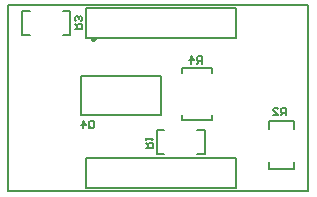
<source format=gbo>
G04 Layer_Color=3407820*
%FSLAX25Y25*%
%MOIN*%
G70*
G01*
G75*
%ADD18C,0.00600*%
%ADD30C,0.00591*%
%ADD32C,0.00700*%
%ADD49C,0.00984*%
%ADD50C,0.00787*%
D18*
X64500Y42500D02*
Y44999D01*
X63250D01*
X62834Y44583D01*
Y43750D01*
X63250Y43333D01*
X64500D01*
X63667D02*
X62834Y42500D01*
X60751D02*
Y44999D01*
X62001Y43750D01*
X60335D01*
X22100Y54200D02*
X24599D01*
Y55450D01*
X24183Y55866D01*
X23350D01*
X22933Y55450D01*
Y54200D01*
Y55033D02*
X22100Y55866D01*
X24183Y56699D02*
X24599Y57116D01*
Y57949D01*
X24183Y58365D01*
X23766D01*
X23350Y57949D01*
Y57532D01*
Y57949D01*
X22933Y58365D01*
X22516D01*
X22100Y57949D01*
Y57116D01*
X22516Y56699D01*
X92500Y25300D02*
Y27799D01*
X91250D01*
X90834Y27383D01*
Y26550D01*
X91250Y26133D01*
X92500D01*
X91667D02*
X90834Y25300D01*
X88335D02*
X90001D01*
X88335Y26966D01*
Y27383D01*
X88751Y27799D01*
X89584D01*
X90001Y27383D01*
X45700Y14600D02*
X48199D01*
Y15850D01*
X47783Y16266D01*
X46950D01*
X46533Y15850D01*
Y14600D01*
Y15433D02*
X45700Y16266D01*
Y17099D02*
Y17932D01*
Y17516D01*
X48199D01*
X47783Y17099D01*
X26834Y21417D02*
Y23083D01*
X27250Y23499D01*
X28084D01*
X28500Y23083D01*
Y21417D01*
X28084Y21000D01*
X27250D01*
X27667Y21833D02*
X26834Y21000D01*
X27250D02*
X26834Y21417D01*
X24751Y21000D02*
Y23499D01*
X26001Y22250D01*
X24335D01*
X0Y0D02*
Y62000D01*
Y0D02*
X100000D01*
Y62000D01*
X99500D02*
X100000D01*
X0D02*
X99500D01*
D30*
X18050Y60200D02*
X20600D01*
Y52150D02*
Y60200D01*
X18150Y52150D02*
X20600D01*
X4600Y60200D02*
X7100D01*
X4600Y52150D02*
X7100D01*
X4600D02*
Y60200D01*
X58000Y41075D02*
X68000D01*
Y39500D02*
Y41075D01*
Y23925D02*
Y25500D01*
X58000Y39500D02*
Y41075D01*
Y23925D02*
X68000D01*
X58000D02*
Y25500D01*
X95050Y20850D02*
Y23300D01*
Y7300D02*
Y9800D01*
X87000Y23300D02*
X95050D01*
X87000Y20750D02*
Y23300D01*
Y7300D02*
X95050D01*
X87000D02*
Y9800D01*
X62900Y20450D02*
X65400D01*
Y12400D02*
Y20450D01*
X62900Y12400D02*
X65400D01*
X49400Y20450D02*
X51850D01*
X49400Y12400D02*
X51950D01*
X49400D02*
Y20450D01*
D32*
X76000Y51000D02*
Y61000D01*
X26000D02*
X76000D01*
X26000Y51000D02*
X76000D01*
X26000D02*
Y61000D01*
X76000Y1000D02*
Y11000D01*
X26000D02*
X76000D01*
X26000Y1000D02*
X76000D01*
X26000D02*
Y11000D01*
D49*
X28937Y50602D02*
G03*
X28937Y50602I-492J0D01*
G01*
D50*
X50689Y25602D02*
Y38398D01*
X24311D02*
X50689D01*
X24311Y25602D02*
X50689D01*
X24311D02*
Y38398D01*
M02*

</source>
